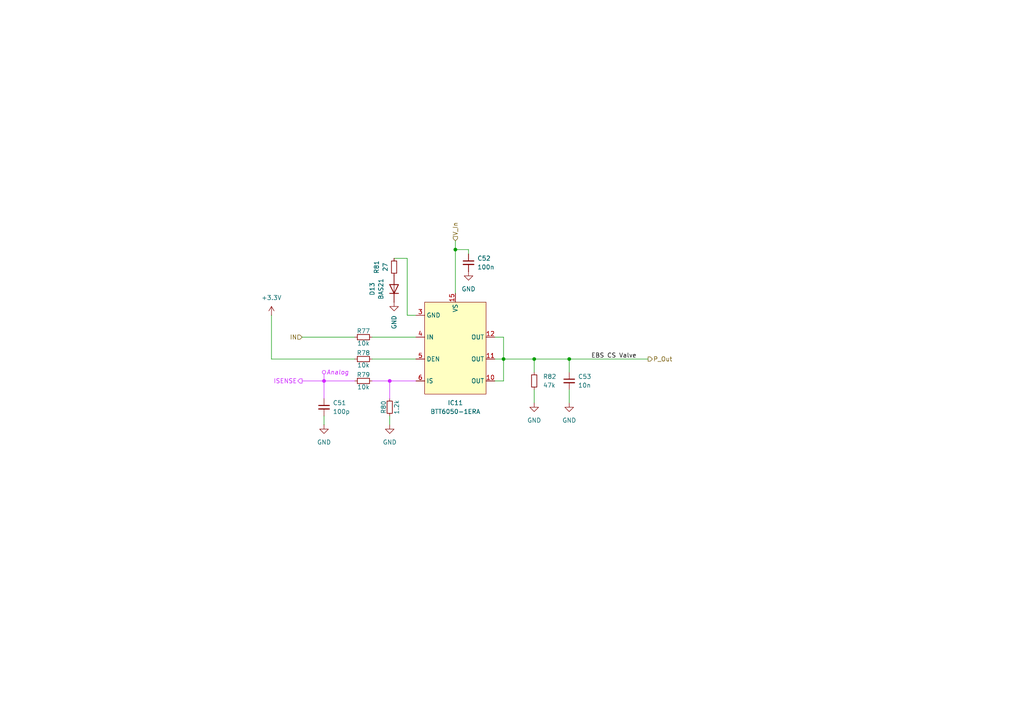
<source format=kicad_sch>
(kicad_sch (version 20231120) (generator "eeschema") (generator_version "8.0")
  (paper "A4")
  (title_block (title "PDU FT25") (date "2024-11-08") (rev "V1.0") (company "Janek Herm") (comment 1 "FaSTTUBe Electronics"))
  (lib_symbols
    (symbol "Device:C_Small" (pin_numbers hide) (pin_names (offset 0.254) hide)
      (property "Reference" "C" (at 0.254 1.778 0))
      (property "Value" "C_Small" (at 0.254 -2.032 0))
      (symbol "C_Small_0_1"
        (polyline (pts (xy -1.524 -0.508) (xy 1.524 -0.508)) (stroke (width 0.3302)))
        (polyline (pts (xy -1.524 0.508) (xy 1.524 0.508)) (stroke (width 0.3048)))
      )
      (symbol "C_Small_1_1"
        (pin passive line (at 0 2.54 270) (length 2.032) (name "~") (number "1"))
        (pin passive line (at 0 -2.54 90) (length 2.032) (name "~") (number "2"))
      )
    )
    (symbol "Device:R_Small" (pin_numbers hide) (pin_names (offset 0.254) hide)
      (property "Reference" "R" (at 0.762 0.508 0))
      (property "Value" "R_Small" (at 0.762 -1.016 0))
      (symbol "R_Small_0_1"
        (rectangle (start -0.762 1.778) (end 0.762 -1.778) (stroke (width 0.2032)))
      )
      (symbol "R_Small_1_1"
        (pin passive line (at 0 2.54 270) (length 0.762) (name "~") (number "1"))
        (pin passive line (at 0 -2.54 90) (length 0.762) (name "~") (number "2"))
      )
    )
    (symbol "Diode:BAS21" (pin_numbers hide) (pin_names hide)
      (property "Reference" "D" (at 0 2.54 0))
      (property "Value" "BAS21" (at 0 -2.54 0))
      (symbol "BAS21_0_1"
        (polyline (pts (xy -1.27 1.27) (xy -1.27 -1.27)) (stroke (width 0.254)))
        (polyline (pts (xy 1.27 0) (xy -1.27 0)))
        (polyline (pts (xy 1.27 1.27) (xy 1.27 -1.27) (xy -1.27 0) (xy 1.27 1.27)) (stroke (width 0.254)))
      )
      (symbol "BAS21_1_1"
        (pin passive line (at 3.81 0 180) (length 2.54) (name "A") (number "1"))
        (pin no_connect line (at -1.27 0 0) (length 2.54) hide (name "NC") (number "2"))
        (pin passive line (at -3.81 0 0) (length 2.54) (name "K") (number "3"))
      )
    )
    (symbol "FaSTTUBe_Power-Switches:BTT6050-1ERA"
      (property "Reference" "IC" (at 0.254 -28.956 0))
      (property "Value" "BTT6050-1ERA" (at 0.508 -31.242 0))
      (symbol "BTT6050-1ERA_1_1"
        (rectangle (start -8.89 -1.27) (end 8.89 -27.94) (fill (type background)))
        (pin output line (at 11.43 -24.13 180) (length 2.54) (name "OUT") (number "10"))
        (pin output line (at 11.43 -17.78 180) (length 2.54) (name "OUT") (number "11"))
        (pin output line (at 11.43 -11.43 180) (length 2.54) (name "OUT") (number "12"))
        (pin input line (at 0 1.27 270) (length 2.54) (name "VS") (number "15"))
        (pin output line (at -11.43 -5.08 0) (length 2.54) (name "GND") (number "3"))
        (pin input line (at -11.43 -11.43 0) (length 2.54) (name "IN") (number "4"))
        (pin input line (at -11.43 -17.78 0) (length 2.54) (name "DEN") (number "5"))
        (pin output line (at -11.43 -24.13 0) (length 2.54) (name "IS") (number "6"))
      )
    )
    (symbol "power:+3.3V" (power) (pin_numbers hide) (pin_names (offset 0) hide)
      (property "Value" "+3.3V" (at 0 3.556 0))
      (symbol "+3.3V_0_1"
        (polyline (pts (xy -0.762 1.27) (xy 0 2.54)))
        (polyline (pts (xy 0 0) (xy 0 2.54)))
        (polyline (pts (xy 0 2.54) (xy 0.762 1.27)))
      )
      (symbol "+3.3V_1_1"
        (pin power_in line (at 0 0 90) (length 0) (name "~") (number "1"))
      )
    )
    (symbol "power:GND" (power) (pin_numbers hide) (pin_names (offset 0) hide)
      (property "Value" "GND" (at 0 -3.81 0))
      (symbol "GND_0_1"
        (polyline (pts (xy 0 0) (xy 0 -1.27) (xy 1.27 -1.27) (xy 0 -2.54) (xy -1.27 -1.27) (xy 0 -1.27)))
      )
      (symbol "GND_1_1"
        (pin power_in line (at 0 0 270) (length 0) (name "~") (number "1"))
      )
    )
  )
  (junction (at 93.98 110.49) (color 203 27 255 1))
  (junction (at 113.03 110.49) (color 203 27 255 1))
  (junction (at 146.05 104.14))
  (junction (at 132.08 72.39))
  (junction (at 165.1 104.14))
  (junction (at 154.94 104.14))
  (wire (pts (xy 132.08 69.85) (xy 132.08 72.39)))
  (wire (pts (xy 78.74 104.14) (xy 78.74 91.44)))
  (wire (pts (xy 93.98 120.65) (xy 93.98 123.19)))
  (wire (pts (xy 135.89 72.39) (xy 132.08 72.39)))
  (wire (pts (xy 154.94 113.03) (xy 154.94 116.84)))
  (wire (pts (xy 87.63 97.79) (xy 102.87 97.79)))
  (wire (pts (xy 107.95 97.79) (xy 120.65 97.79)))
  (wire (pts (xy 165.1 113.03) (xy 165.1 116.84)))
  (wire (pts (xy 93.98 110.49) (xy 102.87 110.49)) (stroke (width 0) (color 203 27 255 1)))
  (wire (pts (xy 154.94 104.14) (xy 165.1 104.14)))
  (wire (pts (xy 113.03 110.49) (xy 113.03 115.57)) (stroke (width 0) (color 203 27 255 1)))
  (wire (pts (xy 132.08 72.39) (xy 132.08 85.09)))
  (wire (pts (xy 146.05 110.49) (xy 146.05 104.14)))
  (wire (pts (xy 165.1 104.14) (xy 187.96 104.14)))
  (wire (pts (xy 107.95 104.14) (xy 120.65 104.14)))
  (wire (pts (xy 118.11 91.44) (xy 120.65 91.44)))
  (wire (pts (xy 78.74 104.14) (xy 102.87 104.14)))
  (wire (pts (xy 146.05 104.14) (xy 154.94 104.14)))
  (wire (pts (xy 165.1 104.14) (xy 165.1 107.95)))
  (wire (pts (xy 118.11 74.93) (xy 114.3 74.93)))
  (wire (pts (xy 135.89 72.39) (xy 135.89 73.66)))
  (wire (pts (xy 143.51 110.49) (xy 146.05 110.49)))
  (wire (pts (xy 113.03 110.49) (xy 120.65 110.49)) (stroke (width 0) (color 203 27 255 1)))
  (wire (pts (xy 146.05 97.79) (xy 146.05 104.14)))
  (wire (pts (xy 113.03 120.65) (xy 113.03 123.19)))
  (wire (pts (xy 143.51 97.79) (xy 146.05 97.79)))
  (wire (pts (xy 93.98 110.49) (xy 93.98 115.57)) (stroke (width 0) (color 203 27 255 1)))
  (wire (pts (xy 107.95 110.49) (xy 113.03 110.49)) (stroke (width 0) (color 203 27 255 1)))
  (wire (pts (xy 87.63 110.49) (xy 93.98 110.49)) (stroke (width 0) (color 203 27 255 1)))
  (wire (pts (xy 154.94 104.14) (xy 154.94 107.95)))
  (wire (pts (xy 118.11 74.93) (xy 118.11 91.44)))
  (wire (pts (xy 143.51 104.14) (xy 146.05 104.14)))
  (label "EBS CS Valve" (at 171.45 104.14 0))
  (hierarchical_label "IN" (shape input) (at 87.63 97.79 180))
  (hierarchical_label "V_In" (shape input) (at 132.08 69.85 90))
  (hierarchical_label "P_Out" (shape output) (at 187.96 104.14 0))
  (hierarchical_label "ISENSE" (shape output) (at 87.63 110.49 180))
  (netclass_flag "" (length 2.54) (shape round) (at 93.98 110.49 0) (property "Netclass" "Analog" (at 94.6785 107.95 0) (effects (font (italic yes)) (justify left))))
  (symbol (lib_id "Device:C_Small") (at 135.89 76.2 0) (unit 1)
    (property "Reference" "C52" (at 138.43 74.9362 0) (effects (justify left)))
    (property "Value" "100n" (at 138.43 77.4762 0) (effects (justify left)))
    (property "Description" "Unpolarized capacitor, small symbol" (effects (hide yes)))
  )
  (symbol (lib_id "Device:R_Small") (at 113.03 118.11 0) (unit 1)
    (property "Reference" "R80" (at 111.252 118.11 90))
    (property "Value" "1.2k" (at 115.062 118.11 90))
    (property "Description" "Resistor, small symbol" (effects (hide yes)))
  )
  (symbol (lib_id "Device:R_Small") (at 105.41 97.79 270) (unit 1)
    (property "Reference" "R77" (at 105.41 96.012 90))
    (property "Value" "10k" (at 105.41 99.568 90))
    (property "Description" "Resistor, small symbol" (effects (hide yes)))
  )
  (symbol (lib_id "Device:R_Small") (at 105.41 110.49 270) (unit 1)
    (property "Reference" "R79" (at 105.41 108.712 90))
    (property "Value" "10k" (at 105.41 112.268 90))
    (property "Description" "Resistor, small symbol" (effects (hide yes)))
  )
  (symbol (lib_id "Device:C_Small") (at 165.1 110.49 0) (unit 1)
    (property "Reference" "C53" (at 167.64 109.2262 0) (effects (justify left)))
    (property "Value" "10n" (at 167.64 111.7662 0) (effects (justify left)))
    (property "Description" "Unpolarized capacitor, small symbol" (effects (hide yes)))
  )
  (symbol (lib_id "Diode:BAS21") (at 114.3 83.82 90) (unit 1)
    (property "Reference" "D13" (at 107.95 83.82 0))
    (property "Value" "BAS21" (at 110.49 83.82 0))
    (property "Footprint" "Package_TO_SOT_SMD:SOT-23" (effects (hide yes)))
    (property "Datasheet" "https://www.diodes.com/assets/Datasheets/Ds12004.pdf" (effects (hide yes)))
    (property "Description" "250V, 0.4A, High-speed Switching Diode, SOT-23" (effects (hide yes)))
  )
  (symbol (lib_id "power:GND") (at 135.89 78.74 0) (unit 1)
    (property "Reference" "#PWR098" (effects (hide yes)))
    (property "Value" "GND" (at 135.89 83.82 0))
    (property "Description" "Power symbol creates a global label with name \"GND\" , ground" (effects (hide yes)))
  )
  (symbol (lib_id "Device:R_Small") (at 154.94 110.49 0) (unit 1)
    (property "Reference" "R82" (at 157.48 109.2199 0) (effects (justify left)))
    (property "Value" "47k" (at 157.48 111.7599 0) (effects (justify left)))
    (property "Description" "Resistor, small symbol" (effects (hide yes)))
  )
  (symbol (lib_id "power:GND") (at 93.98 123.19 0) (unit 1)
    (property "Reference" "#PWR095" (effects (hide yes)))
    (property "Value" "GND" (at 93.98 128.27 0))
    (property "Description" "Power symbol creates a global label with name \"GND\" , ground" (effects (hide yes)))
  )
  (symbol (lib_id "FaSTTUBe_Power-Switches:BTT6050-1ERA") (at 132.08 86.36 0) (unit 1)
    (property "Reference" "IC11" (at 132.08 116.84 0))
    (property "Value" "BTT6050-1ERA" (at 132.08 119.38 0))
    (property "Datasheet" "https://www.infineon.com/dgdl/Infineon-BTT6050-1ERA-DS-v01_00-EN.pdf?fileId=5546d46269e1c019016a21fa5b7a0d8a" (effects (hide yes)))
  )
  (symbol (lib_id "power:+3.3V") (at 78.74 91.44 0) (unit 1)
    (property "Reference" "#PWR0114" (effects (hide yes)))
    (property "Value" "+3.3V" (at 78.74 86.36 0))
    (property "Description" "Power symbol creates a global label with name \"+3.3V\"" (effects (hide yes)))
  )
  (symbol (lib_id "power:GND") (at 154.94 116.84 0) (unit 1)
    (property "Reference" "#PWR099" (effects (hide yes)))
    (property "Value" "GND" (at 154.94 121.92 0))
    (property "Description" "Power symbol creates a global label with name \"GND\" , ground" (effects (hide yes)))
  )
  (symbol (lib_id "power:GND") (at 165.1 116.84 0) (unit 1)
    (property "Reference" "#PWR0100" (effects (hide yes)))
    (property "Value" "GND" (at 165.1 121.92 0))
    (property "Description" "Power symbol creates a global label with name \"GND\" , ground" (effects (hide yes)))
  )
  (symbol (lib_id "Device:R_Small") (at 105.41 104.14 270) (unit 1)
    (property "Reference" "R78" (at 105.41 102.362 90))
    (property "Value" "10k" (at 105.41 105.918 90))
    (property "Description" "Resistor, small symbol" (effects (hide yes)))
  )
  (symbol (lib_id "Device:R_Small") (at 114.3 77.47 180) (unit 1)
    (property "Reference" "R81" (at 109.22 77.47 90))
    (property "Value" "27" (at 111.76 77.47 90))
    (property "Description" "Resistor, small symbol" (effects (hide yes)))
  )
  (symbol (lib_id "Device:C_Small") (at 93.98 118.11 0) (unit 1)
    (property "Reference" "C51" (at 96.52 116.8462 0) (effects (justify left)))
    (property "Value" "100p" (at 96.52 119.3862 0) (effects (justify left)))
    (property "Description" "Unpolarized capacitor, small symbol" (effects (hide yes)))
  )
  (symbol (lib_id "power:GND") (at 114.3 87.63 0) (unit 1)
    (property "Reference" "#PWR097" (effects (hide yes)))
    (property "Value" "GND" (at 114.2999 91.44 90) (effects (justify right)))
    (property "Description" "Power symbol creates a global label with name \"GND\" , ground" (effects (hide yes)))
  )
  (symbol (lib_id "power:GND") (at 113.03 123.19 0) (unit 1)
    (property "Reference" "#PWR096" (effects (hide yes)))
    (property "Value" "GND" (at 113.03 128.27 0))
    (property "Description" "Power symbol creates a global label with name \"GND\" , ground" (effects (hide yes)))
  )
)
</source>
